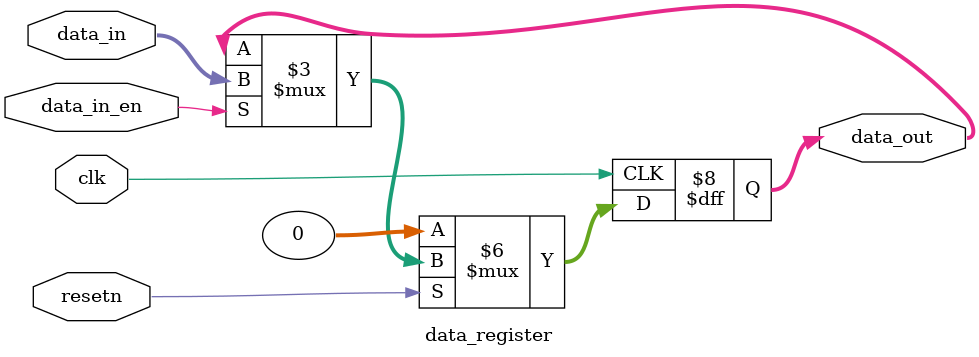
<source format=v>
module data_register (
	clk,
	resetn,
    data_in_en,
    data_in,
    data_out
);

parameter N = 32;

input clk;
input resetn;
input data_in_en;
input [N-1:0] data_in;
output reg [N-1:0] data_out;

always @(posedge clk) begin
    if(resetn == 0)
        data_out <= 0;
    else if (data_in_en)
        data_out <= data_in;
end

endmodule
</source>
